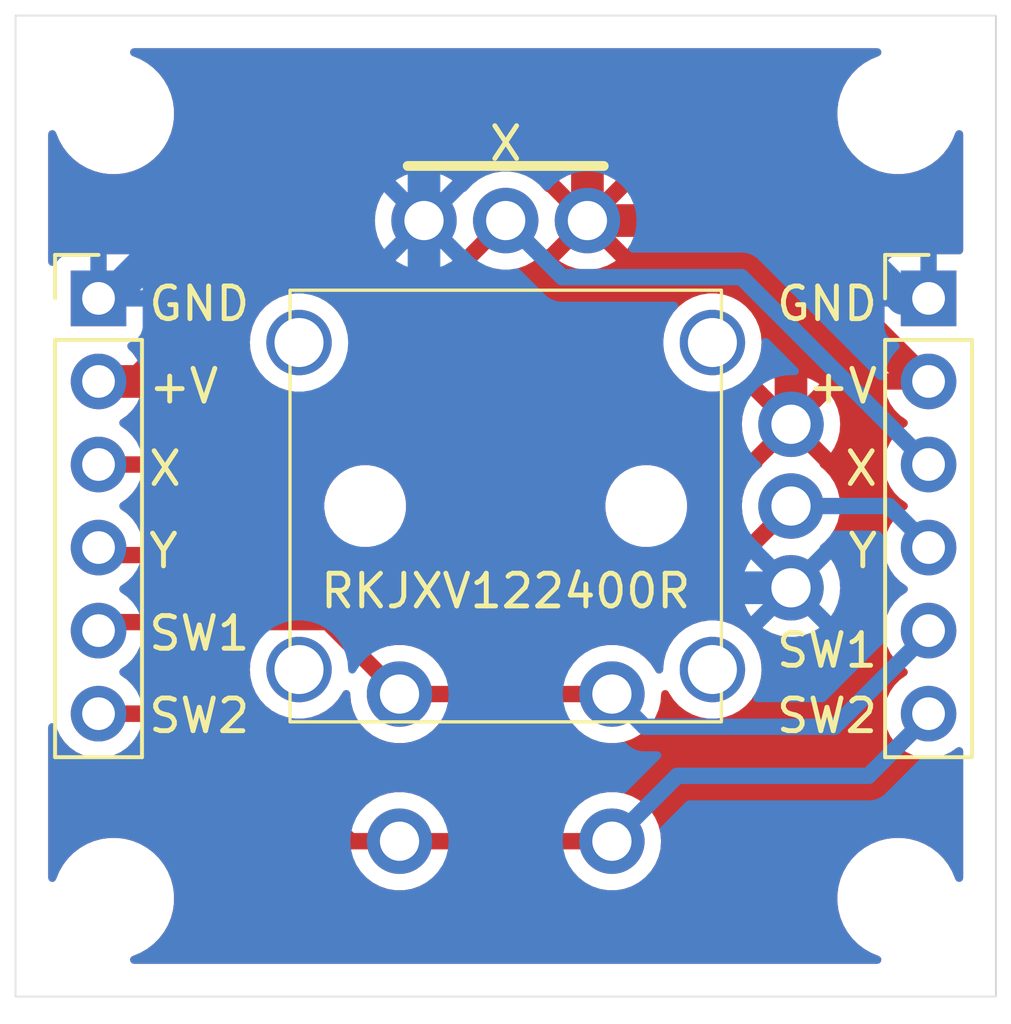
<source format=kicad_pcb>
(kicad_pcb (version 20240108) (generator "pcbnew") (generator_version "8.0")
  (layers (0 "F.Cu" signal) (31 "B.Cu" signal) (34 "B.Paste" user) (35 "F.Paste" user) (36 "B.SilkS" user "B.Silkscreen") (37 "F.SilkS" user "F.Silkscreen") (38 "B.Mask" user) (39 "F.Mask" user) (44 "Edge.Cuts" user))
  (net 0 "")
  (net 1 "SW2")
  (net 2 "X")
  (net 3 "GND")
  (net 4 "VCC")
  (net 5 "SW1")
  (net 6 "Y")
  (footprint "Connector_PinHeader_2.54mm:PinHeader_1x06_P2.54mm_Vertical" (layer "F.Cu") (at 47.94 28.65)
    (property "Reference" "J2" (hide yes))
    (property "Value" "Conn_01x06_Pin" (hide yes))
    (fp_line (start -1.33 -1.33) (end 0 -1.33) (stroke (width 0.12)) (layer "F.SilkS"))
    (fp_line (start -1.33 0) (end -1.33 -1.33) (stroke (width 0.12)) (layer "F.SilkS"))
    (fp_line (start -1.33 1.27) (end -1.33 14.03) (stroke (width 0.12)) (layer "F.SilkS"))
    (fp_line (start -1.33 1.27) (end 1.33 1.27) (stroke (width 0.12)) (layer "F.SilkS"))
    (fp_line (start -1.33 14.03) (end 1.33 14.03) (stroke (width 0.12)) (layer "F.SilkS"))
    (fp_line (start 1.33 1.27) (end 1.33 14.03) (stroke (width 0.12)) (layer "F.SilkS"))
    (pad "1" thru_hole rect (at 0 0) (size 1.7 1.7) (drill 1) (layers "*.Cu" "*.Mask") (net 3 "GND"))
    (pad "2" thru_hole oval (at 0 2.54) (size 1.7 1.7) (drill 1) (layers "*.Cu" "*.Mask") (net 4 "VCC"))
    (pad "3" thru_hole oval (at 0 5.08) (size 1.7 1.7) (drill 1) (layers "*.Cu" "*.Mask") (net 2 "X"))
    (pad "4" thru_hole oval (at 0 7.62) (size 1.7 1.7) (drill 1) (layers "*.Cu" "*.Mask") (net 6 "Y"))
    (pad "5" thru_hole oval (at 0 10.16) (size 1.7 1.7) (drill 1) (layers "*.Cu" "*.Mask") (net 5 "SW1"))
    (pad "6" thru_hole oval (at 0 12.7) (size 1.7 1.7) (drill 1) (layers "*.Cu" "*.Mask") (net 1 "SW2"))
  )
  (footprint "MountingHole:MountingHole_3.2mm_M3" (layer "F.Cu") (at 47 47)
    (property "Reference" "REF**" (hide yes))
    (property "Value" "MountingHole_3.2mm_M3" (hide yes))
    (pad "" np_thru_hole circle (at 0 0) (size 3.2 3.2) (drill 3.2) (layers "*.Cu" "*.Mask"))
  )
  (footprint "MountingHole:MountingHole_3.2mm_M3" (layer "F.Cu") (at 47 23)
    (property "Reference" "REF**" (hide yes))
    (property "Value" "MountingHole_3.2mm_M3" (hide yes))
    (pad "" np_thru_hole circle (at 0 0) (size 3.2 3.2) (drill 3.2) (layers "*.Cu" "*.Mask"))
  )
  (footprint "myjoystick:RKJXV122400R" (layer "F.Cu") (at 35 35)
    (property "Reference" "U1" (hide yes))
    (property "Value" "RKJXV122400R" (at 0 2.6 0) (layer "F.SilkS"))
    (fp_rect (start -6.6 -6.6) (end 6.6 6.6) (stroke (width 0.1)) (fill none) (layer "F.SilkS"))
    (pad "" np_thru_hole circle (at -4.3 0) (size 2 2) (drill 2) (layers "F&B.Cu" "*.Mask"))
    (pad "" np_thru_hole circle (at 4.3 0) (size 2 2) (drill 2) (layers "F&B.Cu" "*.Mask"))
    (pad "1" thru_hole circle (at 2.5 -8.73) (size 2 2) (drill 1.2) (layers "*.Cu" "*.Mask") (net 4 "VCC"))
    (pad "2" thru_hole circle (at 0 -8.73) (size 2 2) (drill 1.2) (layers "*.Cu" "*.Mask") (net 2 "X"))
    (pad "3" thru_hole circle (at -2.5 -8.73) (size 2 2) (drill 1.2) (layers "*.Cu" "*.Mask") (net 3 "GND"))
    (pad "4" thru_hole circle (at 8.73 2.5) (size 2 2) (drill 1.2) (layers "*.Cu" "*.Mask") (net 3 "GND"))
    (pad "5" thru_hole circle (at 8.73 0) (size 2 2) (drill 1.2) (layers "*.Cu" "*.Mask") (net 6 "Y"))
    (pad "6" thru_hole circle (at 8.73 -2.5) (size 2 2) (drill 1.2) (layers "*.Cu" "*.Mask") (net 4 "VCC"))
    (pad "a" thru_hole circle (at -3.25 5.75) (size 2 2) (drill 1.2) (layers "*.Cu" "*.Mask") (net 5 "SW1"))
    (pad "b" thru_hole circle (at -3.25 10.25) (size 2 2) (drill 1.2) (layers "*.Cu" "*.Mask") (net 1 "SW2"))
    (pad "c" thru_hole circle (at 3.25 5.75) (size 2 2) (drill 1.2) (layers "*.Cu" "*.Mask") (net 5 "SW1"))
    (pad "d" thru_hole circle (at 3.25 10.25) (size 2 2) (drill 1.2) (layers "*.Cu" "*.Mask") (net 1 "SW2"))
    (pad "x" thru_hole circle (at -6.325 -5) (size 2 2) (drill 1.5) (layers "*.Cu" "*.Mask"))
    (pad "x" thru_hole circle (at -6.325 5) (size 2 2) (drill 1.5) (layers "*.Cu" "*.Mask"))
    (pad "x" thru_hole circle (at 6.325 -5) (size 2 2) (drill 1.5) (layers "*.Cu" "*.Mask"))
    (pad "x" thru_hole circle (at 6.325 5) (size 2 2) (drill 1.5) (layers "*.Cu" "*.Mask"))
  )
  (footprint "MountingHole:MountingHole_3.2mm_M3" (layer "F.Cu") (at 23 23)
    (property "Reference" "REF**" (hide yes))
    (property "Value" "MountingHole_3.2mm_M3" (hide yes))
    (pad "" np_thru_hole circle (at 0 0) (size 3.2 3.2) (drill 3.2) (layers "*.Cu" "*.Mask"))
  )
  (footprint "MountingHole:MountingHole_3.2mm_M3" (layer "F.Cu") (at 23 47)
    (property "Reference" "REF**" (hide yes))
    (property "Value" "MountingHole_3.2mm_M3" (hide yes))
    (pad "" np_thru_hole circle (at 0 0) (size 3.2 3.2) (drill 3.2) (layers "*.Cu" "*.Mask"))
  )
  (footprint "Connector_PinHeader_2.54mm:PinHeader_1x06_P2.54mm_Vertical" (layer "F.Cu") (at 22.54 28.65)
    (property "Reference" "J1" (hide yes))
    (property "Value" "Conn_01x06_Pin" (hide yes))
    (fp_line (start -1.33 -1.33) (end 0 -1.33) (stroke (width 0.12)) (layer "F.SilkS"))
    (fp_line (start -1.33 0) (end -1.33 -1.33) (stroke (width 0.12)) (layer "F.SilkS"))
    (fp_line (start -1.33 1.27) (end -1.33 14.03) (stroke (width 0.12)) (layer "F.SilkS"))
    (fp_line (start -1.33 1.27) (end 1.33 1.27) (stroke (width 0.12)) (layer "F.SilkS"))
    (fp_line (start -1.33 14.03) (end 1.33 14.03) (stroke (width 0.12)) (layer "F.SilkS"))
    (fp_line (start 1.33 1.27) (end 1.33 14.03) (stroke (width 0.12)) (layer "F.SilkS"))
    (pad "1" thru_hole rect (at 0 0) (size 1.7 1.7) (drill 1) (layers "*.Cu" "*.Mask") (net 3 "GND"))
    (pad "2" thru_hole oval (at 0 2.54) (size 1.7 1.7) (drill 1) (layers "*.Cu" "*.Mask") (net 4 "VCC"))
    (pad "3" thru_hole oval (at 0 5.08) (size 1.7 1.7) (drill 1) (layers "*.Cu" "*.Mask") (net 2 "X"))
    (pad "4" thru_hole oval (at 0 7.62) (size 1.7 1.7) (drill 1) (layers "*.Cu" "*.Mask") (net 6 "Y"))
    (pad "5" thru_hole oval (at 0 10.16) (size 1.7 1.7) (drill 1) (layers "*.Cu" "*.Mask") (net 5 "SW1"))
    (pad "6" thru_hole oval (at 0 12.7) (size 1.7 1.7) (drill 1) (layers "*.Cu" "*.Mask") (net 1 "SW2"))
  )
  (gr_line (start 32 24.6) (end 38 24.6) (stroke (width 0.3)) (layer "F.SilkS"))
  (gr_rect (start 20 20) (end 50 50) (stroke (width 0.05)) (fill none) (layer "Edge.Cuts"))
  (gr_text "GND" (at 43.209524 29.4 0) (layer "F.SilkS") (effects (font (size 1 1)) (justify left bottom)))
  (gr_text "GND" (at 24 29.4 0) (layer "F.SilkS") (effects (font (size 1 1)) (justify left bottom)))
  (gr_text "Y" (at 45.4 36.96 0) (layer "F.SilkS") (effects (font (size 1 1)) (justify left bottom)))
  (gr_text "SW1" (at 24 39.48 0) (layer "F.SilkS") (effects (font (size 1 1)) (justify left bottom)))
  (gr_text "SW2" (at 24 42 0) (layer "F.SilkS") (effects (font (size 1 1)) (justify left bottom)))
  (gr_text "SW2" (at 43.209524 42 0) (layer "F.SilkS") (effects (font (size 1 1)) (justify left bottom)))
  (gr_text "X" (at 24 34.44 0) (layer "F.SilkS") (effects (font (size 1 1)) (justify left bottom)))
  (gr_text "Y" (at 24 36.96 0) (layer "F.SilkS") (effects (font (size 1 1)) (justify left bottom)))
  (gr_text "+V" (at 24 31.92 0) (layer "F.SilkS") (effects (font (size 1 1)) (justify left bottom)))
  (gr_text "SW1" (at 43.209524 40 0) (layer "F.SilkS") (effects (font (size 1 1)) (justify left bottom)))
  (gr_text "+V" (at 44.161905 31.92 0) (layer "F.SilkS") (effects (font (size 1 1)) (justify left bottom)))
  (gr_text "X" (at 35 24.5 0) (layer "F.SilkS") (effects (font (size 1 1)) (justify bottom)))
  (gr_text "X" (at 45.304762 34.44 0) (layer "F.SilkS") (effects (font (size 1 1)) (justify left bottom)))
  (segment (start 22.54 41.35) (end 26.35 41.35) (width 0.5) (layer "F.Cu") (net 1))
  (segment (start 31.75 45.25) (end 38.25 45.25) (width 0.5) (layer "F.Cu") (net 1))
  (segment (start 26.35 41.35) (end 30.25 45.25) (width 0.5) (layer "F.Cu") (net 1))
  (segment (start 24.35 41.35) (end 22 41.35) (width 0.5) (layer "F.Cu") (net 1))
  (segment (start 30.25 45.25) (end 31.75 45.25) (width 0.5) (layer "F.Cu") (net 1))
  (segment (start 40.25 43.25) (end 38.25 45.25) (width 0.5) (layer "B.Cu") (net 1))
  (segment (start 48 41.35) (end 46.1 43.25) (width 0.5) (layer "B.Cu") (net 1))
  (segment (start 46.1 43.25) (end 40.25 43.25) (width 0.5) (layer "B.Cu") (net 1))
  (segment (start 27.54 33.73) (end 35 26.27) (width 0.5) (layer "F.Cu") (net 2))
  (segment (start 22 33.73) (end 27.54 33.73) (width 0.5) (layer "F.Cu") (net 2))
  (segment (start 36.73 28) (end 35 26.27) (width 0.5) (layer "B.Cu") (net 2))
  (segment (start 47.94 33.73) (end 42.21 28) (width 0.5) (layer "B.Cu") (net 2))
  (segment (start 42.21 28) (end 36.73 28) (width 0.5) (layer "B.Cu") (net 2))
  (segment (start 47.15 28.65) (end 41.5 23) (width 1) (layer "B.Cu") (net 3))
  (segment (start 31.5 23) (end 32.5 24) (width 1) (layer "B.Cu") (net 3))
  (segment (start 22.85 28.65) (end 28.5 23) (width 1) (layer "B.Cu") (net 3))
  (segment (start 32.5 24) (end 32.5 26.27) (width 1) (layer "B.Cu") (net 3))
  (segment (start 33.5 23) (end 32.5 24) (width 1) (layer "B.Cu") (net 3))
  (segment (start 43.73 37.5) (end 35 37.5) (width 1) (layer "B.Cu") (net 3))
  (segment (start 35 37.5) (end 32.5 35) (width 1) (layer "B.Cu") (net 3))
  (segment (start 28.5 23) (end 31.5 23) (width 1) (layer "B.Cu") (net 3))
  (segment (start 41.5 23) (end 33.5 23) (width 1) (layer "B.Cu") (net 3))
  (segment (start 32.5 35) (end 32.5 26.27) (width 1) (layer "B.Cu") (net 3))
  (segment (start 48 28.65) (end 47.15 28.65) (width 1) (layer "B.Cu") (net 3))
  (segment (start 22.54 28.65) (end 22.85 28.65) (width 1) (layer "B.Cu") (net 3))
  (segment (start 43.73 27.23) (end 43.73 32.5) (width 1) (layer "F.Cu") (net 4))
  (segment (start 24.5 27) (end 24.5 30.5) (width 1) (layer "F.Cu") (net 4))
  (segment (start 48 31.19) (end 47.69 31.19) (width 1) (layer "F.Cu") (net 4))
  (segment (start 37.5 26.27) (end 42.77 26.27) (width 1) (layer "F.Cu") (net 4))
  (segment (start 37.5 24) (end 36.5 23) (width 1) (layer "F.Cu") (net 4))
  (segment (start 22.54 31.19) (end 23.81 31.19) (width 1) (layer "F.Cu") (net 4))
  (segment (start 36.5 23) (end 28.5 23) (width 1) (layer "F.Cu") (net 4))
  (segment (start 47.69 31.19) (end 43.73 27.23) (width 1) (layer "F.Cu") (net 4))
  (segment (start 28.5 23) (end 24.5 27) (width 1) (layer "F.Cu") (net 4))
  (segment (start 37.5 26.27) (end 37.5 24) (width 1) (layer "F.Cu") (net 4))
  (segment (start 42.77 26.27) (end 43.73 27.23) (width 1) (layer "F.Cu") (net 4))
  (segment (start 24.5 30.5) (end 23.81 31.19) (width 1) (layer "F.Cu") (net 4))
  (segment (start 22.8 38.55) (end 22.54 38.81) (width 0.5) (layer "F.Cu") (net 5))
  (segment (start 31.75 40.75) (end 29.55 38.55) (width 0.5) (layer "F.Cu") (net 5))
  (segment (start 29.55 38.55) (end 22.8 38.55) (width 0.5) (layer "F.Cu") (net 5))
  (segment (start 31.75 40.75) (end 38.25 40.75) (width 0.5) (layer "F.Cu") (net 5))
  (segment (start 22 38.81) (end 22.26 38.55) (width 0.5) (layer "F.Cu") (net 5))
  (segment (start 48 38.81) (end 45.06 41.75) (width 0.5) (layer "B.Cu") (net 5))
  (segment (start 45.06 41.75) (end 39.25 41.75) (width 0.5) (layer "B.Cu") (net 5))
  (segment (start 39.25 41.75) (end 38.25 40.75) (width 0.5) (layer "B.Cu") (net 5))
  (segment (start 42.23 36.5) (end 43.73 35) (width 0.5) (layer "F.Cu") (net 6))
  (segment (start 22.54 36.27) (end 22.77 36.5) (width 0.5) (layer "F.Cu") (net 6))
  (segment (start 22.77 36.5) (end 42.23 36.5) (width 0.5) (layer "F.Cu") (net 6))
  (segment (start 22 36.27) (end 22.23 36.5) (width 0.5) (layer "F.Cu") (net 6))
  (segment (start 48 36.27) (end 46.73 35) (width 0.5) (layer "B.Cu") (net 6))
  (segment (start 46.73 35) (end 43.73 35) (width 0.5) (layer "B.Cu") (net 6))
  (zone (net 4) (net_name "VCC") (layer "F.Cu") (connect_pads (clearance 0.5)) (min_thickness 0.25) (fill yes (thermal_gap 0.5) (thermal_bridge_width 0.5))
    (polygon (pts (xy 21 21) (xy 49 21) (xy 49 49) (xy 21 49)))
  )
  (zone (net 3) (net_name "GND") (layer "B.Cu") (priority 1) (connect_pads (clearance 0.5)) (min_thickness 0.25) (fill yes (thermal_gap 0.5) (thermal_bridge_width 0.5))
    (polygon (pts (xy 21 21) (xy 49 21) (xy 49 49) (xy 21 49)))
  )
)
</source>
